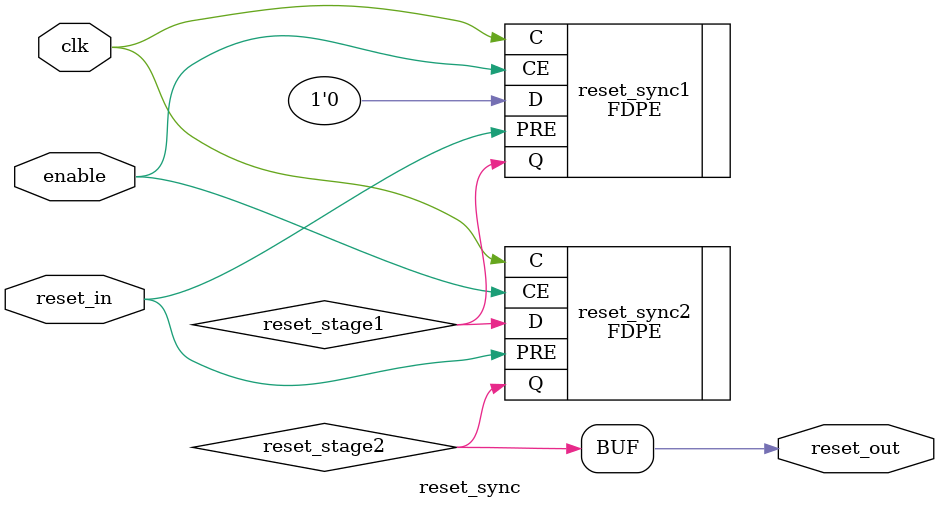
<source format=v>

`timescale 1ps/1ps

module reset_sync #(
  parameter INITIALISE = 2'b11
)
(
   input       reset_in	,	//¸´Î»ÊäÈë
   input       clk		,	//Ê±ÖÓ
   input       enable	,	//Ä£¿éÊ¹ÄÜ
   output      reset_out	//¸´Î»Êä³ö
);


wire  reset_stage1;
wire  reset_stage2;

  (* ASYNC_REG = "TRUE", RLOC = "X0Y0",  SHREG_EXTRACT = "NO" *)
  FDPE #(
   .INIT (INITIALISE[0])
  ) reset_sync1 (
  .C  (clk), 
  .CE (enable),
  .PRE(reset_in),
  .D  (1'b0),
  .Q  (reset_stage1) 
  );
  
  (* ASYNC_REG = "TRUE", RLOC = "X0Y0",  SHREG_EXTRACT = "NO" *)
  FDPE #(
   .INIT (INITIALISE[1])
  ) reset_sync2 (
  .C  (clk), 
  .CE (enable),
  .PRE(reset_in),
  .D  (reset_stage1),
  .Q  (reset_stage2) 
  );


assign reset_out = reset_stage2;



endmodule

</source>
